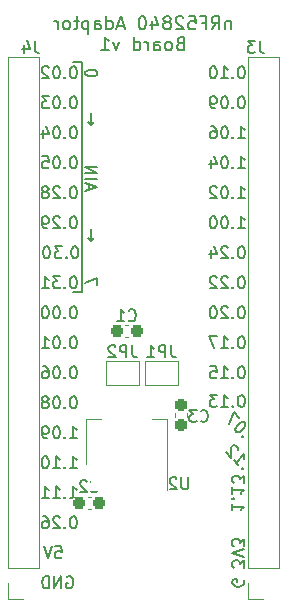
<source format=gbo>
G04 #@! TF.GenerationSoftware,KiCad,Pcbnew,(6.0.2)*
G04 #@! TF.CreationDate,2022-03-28T20:02:01+02:00*
G04 #@! TF.ProjectId,nRF52840,6e524635-3238-4343-902e-6b696361645f,rev?*
G04 #@! TF.SameCoordinates,Original*
G04 #@! TF.FileFunction,Legend,Bot*
G04 #@! TF.FilePolarity,Positive*
%FSLAX46Y46*%
G04 Gerber Fmt 4.6, Leading zero omitted, Abs format (unit mm)*
G04 Created by KiCad (PCBNEW (6.0.2)) date 2022-03-28 20:02:01*
%MOMM*%
%LPD*%
G01*
G04 APERTURE LIST*
G04 Aperture macros list*
%AMRoundRect*
0 Rectangle with rounded corners*
0 $1 Rounding radius*
0 $2 $3 $4 $5 $6 $7 $8 $9 X,Y pos of 4 corners*
0 Add a 4 corners polygon primitive as box body*
4,1,4,$2,$3,$4,$5,$6,$7,$8,$9,$2,$3,0*
0 Add four circle primitives for the rounded corners*
1,1,$1+$1,$2,$3*
1,1,$1+$1,$4,$5*
1,1,$1+$1,$6,$7*
1,1,$1+$1,$8,$9*
0 Add four rect primitives between the rounded corners*
20,1,$1+$1,$2,$3,$4,$5,0*
20,1,$1+$1,$4,$5,$6,$7,0*
20,1,$1+$1,$6,$7,$8,$9,0*
20,1,$1+$1,$8,$9,$2,$3,0*%
%AMFreePoly0*
4,1,6,1.000000,0.000000,0.500000,-0.750000,-0.500000,-0.750000,-0.500000,0.750000,0.500000,0.750000,1.000000,0.000000,1.000000,0.000000,$1*%
%AMFreePoly1*
4,1,6,0.500000,-0.750000,-0.650000,-0.750000,-0.150000,0.000000,-0.650000,0.750000,0.500000,0.750000,0.500000,-0.750000,0.500000,-0.750000,$1*%
G04 Aperture macros list end*
%ADD10C,0.150000*%
%ADD11C,0.200000*%
%ADD12C,0.120000*%
%ADD13C,1.000000*%
%ADD14R,1.700000X1.700000*%
%ADD15O,1.700000X1.700000*%
%ADD16FreePoly0,0.000000*%
%ADD17FreePoly1,0.000000*%
%ADD18RoundRect,0.237500X0.300000X0.237500X-0.300000X0.237500X-0.300000X-0.237500X0.300000X-0.237500X0*%
%ADD19RoundRect,0.237500X-0.237500X0.300000X-0.237500X-0.300000X0.237500X-0.300000X0.237500X0.300000X0*%
%ADD20R,1.500000X2.000000*%
%ADD21R,3.800000X2.000000*%
%ADD22RoundRect,0.237500X-0.300000X-0.237500X0.300000X-0.237500X0.300000X0.237500X-0.300000X0.237500X0*%
G04 APERTURE END LIST*
D10*
X140081000Y-70739000D02*
X140843000Y-70739000D01*
X141605000Y-84836000D02*
X141605000Y-85852000D01*
X141605000Y-85852000D02*
X141859000Y-85598000D01*
X141605000Y-85852000D02*
X141351000Y-85598000D01*
X140843000Y-70739000D02*
X140843000Y-90170000D01*
X140843000Y-90170000D02*
X140081000Y-90170000D01*
X141605000Y-75057000D02*
X141605000Y-76073000D01*
X141605000Y-76073000D02*
X141859000Y-75819000D01*
X141605000Y-76073000D02*
X141351000Y-75819000D01*
X139572904Y-114308000D02*
X139668142Y-114260380D01*
X139811000Y-114260380D01*
X139953857Y-114308000D01*
X140049095Y-114403238D01*
X140096714Y-114498476D01*
X140144333Y-114688952D01*
X140144333Y-114831809D01*
X140096714Y-115022285D01*
X140049095Y-115117523D01*
X139953857Y-115212761D01*
X139811000Y-115260380D01*
X139715761Y-115260380D01*
X139572904Y-115212761D01*
X139525285Y-115165142D01*
X139525285Y-114831809D01*
X139715761Y-114831809D01*
X139096714Y-115260380D02*
X139096714Y-114260380D01*
X138525285Y-115260380D01*
X138525285Y-114260380D01*
X138049095Y-115260380D02*
X138049095Y-114260380D01*
X137811000Y-114260380D01*
X137668142Y-114308000D01*
X137572904Y-114403238D01*
X137525285Y-114498476D01*
X137477666Y-114688952D01*
X137477666Y-114831809D01*
X137525285Y-115022285D01*
X137572904Y-115117523D01*
X137668142Y-115212761D01*
X137811000Y-115260380D01*
X138049095Y-115260380D01*
X140176095Y-109180380D02*
X140080857Y-109180380D01*
X139985619Y-109228000D01*
X139938000Y-109275619D01*
X139890380Y-109370857D01*
X139842761Y-109561333D01*
X139842761Y-109799428D01*
X139890380Y-109989904D01*
X139938000Y-110085142D01*
X139985619Y-110132761D01*
X140080857Y-110180380D01*
X140176095Y-110180380D01*
X140271333Y-110132761D01*
X140318952Y-110085142D01*
X140366571Y-109989904D01*
X140414190Y-109799428D01*
X140414190Y-109561333D01*
X140366571Y-109370857D01*
X140318952Y-109275619D01*
X140271333Y-109228000D01*
X140176095Y-109180380D01*
X139414190Y-110085142D02*
X139366571Y-110132761D01*
X139414190Y-110180380D01*
X139461809Y-110132761D01*
X139414190Y-110085142D01*
X139414190Y-110180380D01*
X138985619Y-109275619D02*
X138938000Y-109228000D01*
X138842761Y-109180380D01*
X138604666Y-109180380D01*
X138509428Y-109228000D01*
X138461809Y-109275619D01*
X138414190Y-109370857D01*
X138414190Y-109466095D01*
X138461809Y-109608952D01*
X139033238Y-110180380D01*
X138414190Y-110180380D01*
X137557047Y-109180380D02*
X137747523Y-109180380D01*
X137842761Y-109228000D01*
X137890380Y-109275619D01*
X137985619Y-109418476D01*
X138033238Y-109608952D01*
X138033238Y-109989904D01*
X137985619Y-110085142D01*
X137938000Y-110132761D01*
X137842761Y-110180380D01*
X137652285Y-110180380D01*
X137557047Y-110132761D01*
X137509428Y-110085142D01*
X137461809Y-109989904D01*
X137461809Y-109751809D01*
X137509428Y-109656571D01*
X137557047Y-109608952D01*
X137652285Y-109561333D01*
X137842761Y-109561333D01*
X137938000Y-109608952D01*
X137985619Y-109656571D01*
X138033238Y-109751809D01*
D11*
X153461904Y-67204785D02*
X153461904Y-67938119D01*
X153461904Y-67309547D02*
X153409523Y-67257166D01*
X153304761Y-67204785D01*
X153147619Y-67204785D01*
X153042857Y-67257166D01*
X152990476Y-67361928D01*
X152990476Y-67938119D01*
X151838095Y-67938119D02*
X152204761Y-67414309D01*
X152466666Y-67938119D02*
X152466666Y-66838119D01*
X152047619Y-66838119D01*
X151942857Y-66890500D01*
X151890476Y-66942880D01*
X151838095Y-67047642D01*
X151838095Y-67204785D01*
X151890476Y-67309547D01*
X151942857Y-67361928D01*
X152047619Y-67414309D01*
X152466666Y-67414309D01*
X151000000Y-67361928D02*
X151366666Y-67361928D01*
X151366666Y-67938119D02*
X151366666Y-66838119D01*
X150842857Y-66838119D01*
X149900000Y-66838119D02*
X150423809Y-66838119D01*
X150476190Y-67361928D01*
X150423809Y-67309547D01*
X150319047Y-67257166D01*
X150057142Y-67257166D01*
X149952380Y-67309547D01*
X149900000Y-67361928D01*
X149847619Y-67466690D01*
X149847619Y-67728595D01*
X149900000Y-67833357D01*
X149952380Y-67885738D01*
X150057142Y-67938119D01*
X150319047Y-67938119D01*
X150423809Y-67885738D01*
X150476190Y-67833357D01*
X149428571Y-66942880D02*
X149376190Y-66890500D01*
X149271428Y-66838119D01*
X149009523Y-66838119D01*
X148904761Y-66890500D01*
X148852380Y-66942880D01*
X148800000Y-67047642D01*
X148800000Y-67152404D01*
X148852380Y-67309547D01*
X149480952Y-67938119D01*
X148800000Y-67938119D01*
X148171428Y-67309547D02*
X148276190Y-67257166D01*
X148328571Y-67204785D01*
X148380952Y-67100023D01*
X148380952Y-67047642D01*
X148328571Y-66942880D01*
X148276190Y-66890500D01*
X148171428Y-66838119D01*
X147961904Y-66838119D01*
X147857142Y-66890500D01*
X147804761Y-66942880D01*
X147752380Y-67047642D01*
X147752380Y-67100023D01*
X147804761Y-67204785D01*
X147857142Y-67257166D01*
X147961904Y-67309547D01*
X148171428Y-67309547D01*
X148276190Y-67361928D01*
X148328571Y-67414309D01*
X148380952Y-67519071D01*
X148380952Y-67728595D01*
X148328571Y-67833357D01*
X148276190Y-67885738D01*
X148171428Y-67938119D01*
X147961904Y-67938119D01*
X147857142Y-67885738D01*
X147804761Y-67833357D01*
X147752380Y-67728595D01*
X147752380Y-67519071D01*
X147804761Y-67414309D01*
X147857142Y-67361928D01*
X147961904Y-67309547D01*
X146809523Y-67204785D02*
X146809523Y-67938119D01*
X147071428Y-66785738D02*
X147333333Y-67571452D01*
X146652380Y-67571452D01*
X146023809Y-66838119D02*
X145919047Y-66838119D01*
X145814285Y-66890500D01*
X145761904Y-66942880D01*
X145709523Y-67047642D01*
X145657142Y-67257166D01*
X145657142Y-67519071D01*
X145709523Y-67728595D01*
X145761904Y-67833357D01*
X145814285Y-67885738D01*
X145919047Y-67938119D01*
X146023809Y-67938119D01*
X146128571Y-67885738D01*
X146180952Y-67833357D01*
X146233333Y-67728595D01*
X146285714Y-67519071D01*
X146285714Y-67257166D01*
X146233333Y-67047642D01*
X146180952Y-66942880D01*
X146128571Y-66890500D01*
X146023809Y-66838119D01*
X144400000Y-67623833D02*
X143876190Y-67623833D01*
X144504761Y-67938119D02*
X144138095Y-66838119D01*
X143771428Y-67938119D01*
X142933333Y-67938119D02*
X142933333Y-66838119D01*
X142933333Y-67885738D02*
X143038095Y-67938119D01*
X143247619Y-67938119D01*
X143352380Y-67885738D01*
X143404761Y-67833357D01*
X143457142Y-67728595D01*
X143457142Y-67414309D01*
X143404761Y-67309547D01*
X143352380Y-67257166D01*
X143247619Y-67204785D01*
X143038095Y-67204785D01*
X142933333Y-67257166D01*
X141938095Y-67938119D02*
X141938095Y-67361928D01*
X141990476Y-67257166D01*
X142095238Y-67204785D01*
X142304761Y-67204785D01*
X142409523Y-67257166D01*
X141938095Y-67885738D02*
X142042857Y-67938119D01*
X142304761Y-67938119D01*
X142409523Y-67885738D01*
X142461904Y-67780976D01*
X142461904Y-67676214D01*
X142409523Y-67571452D01*
X142304761Y-67519071D01*
X142042857Y-67519071D01*
X141938095Y-67466690D01*
X141414285Y-67204785D02*
X141414285Y-68304785D01*
X141414285Y-67257166D02*
X141309523Y-67204785D01*
X141100000Y-67204785D01*
X140995238Y-67257166D01*
X140942857Y-67309547D01*
X140890476Y-67414309D01*
X140890476Y-67728595D01*
X140942857Y-67833357D01*
X140995238Y-67885738D01*
X141100000Y-67938119D01*
X141309523Y-67938119D01*
X141414285Y-67885738D01*
X140576190Y-67204785D02*
X140157142Y-67204785D01*
X140419047Y-66838119D02*
X140419047Y-67780976D01*
X140366666Y-67885738D01*
X140261904Y-67938119D01*
X140157142Y-67938119D01*
X139633333Y-67938119D02*
X139738095Y-67885738D01*
X139790476Y-67833357D01*
X139842857Y-67728595D01*
X139842857Y-67414309D01*
X139790476Y-67309547D01*
X139738095Y-67257166D01*
X139633333Y-67204785D01*
X139476190Y-67204785D01*
X139371428Y-67257166D01*
X139319047Y-67309547D01*
X139266666Y-67414309D01*
X139266666Y-67728595D01*
X139319047Y-67833357D01*
X139371428Y-67885738D01*
X139476190Y-67938119D01*
X139633333Y-67938119D01*
X138795238Y-67938119D02*
X138795238Y-67204785D01*
X138795238Y-67414309D02*
X138742857Y-67309547D01*
X138690476Y-67257166D01*
X138585714Y-67204785D01*
X138480952Y-67204785D01*
X149166666Y-69132928D02*
X149009523Y-69185309D01*
X148957142Y-69237690D01*
X148904761Y-69342452D01*
X148904761Y-69499595D01*
X148957142Y-69604357D01*
X149009523Y-69656738D01*
X149114285Y-69709119D01*
X149533333Y-69709119D01*
X149533333Y-68609119D01*
X149166666Y-68609119D01*
X149061904Y-68661500D01*
X149009523Y-68713880D01*
X148957142Y-68818642D01*
X148957142Y-68923404D01*
X149009523Y-69028166D01*
X149061904Y-69080547D01*
X149166666Y-69132928D01*
X149533333Y-69132928D01*
X148276190Y-69709119D02*
X148380952Y-69656738D01*
X148433333Y-69604357D01*
X148485714Y-69499595D01*
X148485714Y-69185309D01*
X148433333Y-69080547D01*
X148380952Y-69028166D01*
X148276190Y-68975785D01*
X148119047Y-68975785D01*
X148014285Y-69028166D01*
X147961904Y-69080547D01*
X147909523Y-69185309D01*
X147909523Y-69499595D01*
X147961904Y-69604357D01*
X148014285Y-69656738D01*
X148119047Y-69709119D01*
X148276190Y-69709119D01*
X146966666Y-69709119D02*
X146966666Y-69132928D01*
X147019047Y-69028166D01*
X147123809Y-68975785D01*
X147333333Y-68975785D01*
X147438095Y-69028166D01*
X146966666Y-69656738D02*
X147071428Y-69709119D01*
X147333333Y-69709119D01*
X147438095Y-69656738D01*
X147490476Y-69551976D01*
X147490476Y-69447214D01*
X147438095Y-69342452D01*
X147333333Y-69290071D01*
X147071428Y-69290071D01*
X146966666Y-69237690D01*
X146442857Y-69709119D02*
X146442857Y-68975785D01*
X146442857Y-69185309D02*
X146390476Y-69080547D01*
X146338095Y-69028166D01*
X146233333Y-68975785D01*
X146128571Y-68975785D01*
X145290476Y-69709119D02*
X145290476Y-68609119D01*
X145290476Y-69656738D02*
X145395238Y-69709119D01*
X145604761Y-69709119D01*
X145709523Y-69656738D01*
X145761904Y-69604357D01*
X145814285Y-69499595D01*
X145814285Y-69185309D01*
X145761904Y-69080547D01*
X145709523Y-69028166D01*
X145604761Y-68975785D01*
X145395238Y-68975785D01*
X145290476Y-69028166D01*
X144033333Y-68975785D02*
X143771428Y-69709119D01*
X143509523Y-68975785D01*
X142514285Y-69709119D02*
X143142857Y-69709119D01*
X142828571Y-69709119D02*
X142828571Y-68609119D01*
X142933333Y-68766261D01*
X143038095Y-68871023D01*
X143142857Y-68923404D01*
D10*
X139842761Y-107640380D02*
X140414190Y-107640380D01*
X140128476Y-107640380D02*
X140128476Y-106640380D01*
X140223714Y-106783238D01*
X140318952Y-106878476D01*
X140414190Y-106926095D01*
X139414190Y-107545142D02*
X139366571Y-107592761D01*
X139414190Y-107640380D01*
X139461809Y-107592761D01*
X139414190Y-107545142D01*
X139414190Y-107640380D01*
X138414190Y-107640380D02*
X138985619Y-107640380D01*
X138699904Y-107640380D02*
X138699904Y-106640380D01*
X138795142Y-106783238D01*
X138890380Y-106878476D01*
X138985619Y-106926095D01*
X137461809Y-107640380D02*
X138033238Y-107640380D01*
X137747523Y-107640380D02*
X137747523Y-106640380D01*
X137842761Y-106783238D01*
X137938000Y-106878476D01*
X138033238Y-106926095D01*
X154400095Y-86320380D02*
X154304857Y-86320380D01*
X154209619Y-86368000D01*
X154162000Y-86415619D01*
X154114380Y-86510857D01*
X154066761Y-86701333D01*
X154066761Y-86939428D01*
X154114380Y-87129904D01*
X154162000Y-87225142D01*
X154209619Y-87272761D01*
X154304857Y-87320380D01*
X154400095Y-87320380D01*
X154495333Y-87272761D01*
X154542952Y-87225142D01*
X154590571Y-87129904D01*
X154638190Y-86939428D01*
X154638190Y-86701333D01*
X154590571Y-86510857D01*
X154542952Y-86415619D01*
X154495333Y-86368000D01*
X154400095Y-86320380D01*
X153638190Y-87225142D02*
X153590571Y-87272761D01*
X153638190Y-87320380D01*
X153685809Y-87272761D01*
X153638190Y-87225142D01*
X153638190Y-87320380D01*
X153209619Y-86415619D02*
X153162000Y-86368000D01*
X153066761Y-86320380D01*
X152828666Y-86320380D01*
X152733428Y-86368000D01*
X152685809Y-86415619D01*
X152638190Y-86510857D01*
X152638190Y-86606095D01*
X152685809Y-86748952D01*
X153257238Y-87320380D01*
X152638190Y-87320380D01*
X151781047Y-86653714D02*
X151781047Y-87320380D01*
X152019142Y-86272761D02*
X152257238Y-86987047D01*
X151638190Y-86987047D01*
X154400095Y-71080380D02*
X154304857Y-71080380D01*
X154209619Y-71128000D01*
X154162000Y-71175619D01*
X154114380Y-71270857D01*
X154066761Y-71461333D01*
X154066761Y-71699428D01*
X154114380Y-71889904D01*
X154162000Y-71985142D01*
X154209619Y-72032761D01*
X154304857Y-72080380D01*
X154400095Y-72080380D01*
X154495333Y-72032761D01*
X154542952Y-71985142D01*
X154590571Y-71889904D01*
X154638190Y-71699428D01*
X154638190Y-71461333D01*
X154590571Y-71270857D01*
X154542952Y-71175619D01*
X154495333Y-71128000D01*
X154400095Y-71080380D01*
X153638190Y-71985142D02*
X153590571Y-72032761D01*
X153638190Y-72080380D01*
X153685809Y-72032761D01*
X153638190Y-71985142D01*
X153638190Y-72080380D01*
X152638190Y-72080380D02*
X153209619Y-72080380D01*
X152923904Y-72080380D02*
X152923904Y-71080380D01*
X153019142Y-71223238D01*
X153114380Y-71318476D01*
X153209619Y-71366095D01*
X152019142Y-71080380D02*
X151923904Y-71080380D01*
X151828666Y-71128000D01*
X151781047Y-71175619D01*
X151733428Y-71270857D01*
X151685809Y-71461333D01*
X151685809Y-71699428D01*
X151733428Y-71889904D01*
X151781047Y-71985142D01*
X151828666Y-72032761D01*
X151923904Y-72080380D01*
X152019142Y-72080380D01*
X152114380Y-72032761D01*
X152162000Y-71985142D01*
X152209619Y-71889904D01*
X152257238Y-71699428D01*
X152257238Y-71461333D01*
X152209619Y-71270857D01*
X152162000Y-71175619D01*
X152114380Y-71128000D01*
X152019142Y-71080380D01*
X140176095Y-76160380D02*
X140080857Y-76160380D01*
X139985619Y-76208000D01*
X139938000Y-76255619D01*
X139890380Y-76350857D01*
X139842761Y-76541333D01*
X139842761Y-76779428D01*
X139890380Y-76969904D01*
X139938000Y-77065142D01*
X139985619Y-77112761D01*
X140080857Y-77160380D01*
X140176095Y-77160380D01*
X140271333Y-77112761D01*
X140318952Y-77065142D01*
X140366571Y-76969904D01*
X140414190Y-76779428D01*
X140414190Y-76541333D01*
X140366571Y-76350857D01*
X140318952Y-76255619D01*
X140271333Y-76208000D01*
X140176095Y-76160380D01*
X139414190Y-77065142D02*
X139366571Y-77112761D01*
X139414190Y-77160380D01*
X139461809Y-77112761D01*
X139414190Y-77065142D01*
X139414190Y-77160380D01*
X138747523Y-76160380D02*
X138652285Y-76160380D01*
X138557047Y-76208000D01*
X138509428Y-76255619D01*
X138461809Y-76350857D01*
X138414190Y-76541333D01*
X138414190Y-76779428D01*
X138461809Y-76969904D01*
X138509428Y-77065142D01*
X138557047Y-77112761D01*
X138652285Y-77160380D01*
X138747523Y-77160380D01*
X138842761Y-77112761D01*
X138890380Y-77065142D01*
X138938000Y-76969904D01*
X138985619Y-76779428D01*
X138985619Y-76541333D01*
X138938000Y-76350857D01*
X138890380Y-76255619D01*
X138842761Y-76208000D01*
X138747523Y-76160380D01*
X137557047Y-76493714D02*
X137557047Y-77160380D01*
X137795142Y-76112761D02*
X138033238Y-76827047D01*
X137414190Y-76827047D01*
X154066761Y-77160380D02*
X154638190Y-77160380D01*
X154352476Y-77160380D02*
X154352476Y-76160380D01*
X154447714Y-76303238D01*
X154542952Y-76398476D01*
X154638190Y-76446095D01*
X153638190Y-77065142D02*
X153590571Y-77112761D01*
X153638190Y-77160380D01*
X153685809Y-77112761D01*
X153638190Y-77065142D01*
X153638190Y-77160380D01*
X152971523Y-76160380D02*
X152876285Y-76160380D01*
X152781047Y-76208000D01*
X152733428Y-76255619D01*
X152685809Y-76350857D01*
X152638190Y-76541333D01*
X152638190Y-76779428D01*
X152685809Y-76969904D01*
X152733428Y-77065142D01*
X152781047Y-77112761D01*
X152876285Y-77160380D01*
X152971523Y-77160380D01*
X153066761Y-77112761D01*
X153114380Y-77065142D01*
X153162000Y-76969904D01*
X153209619Y-76779428D01*
X153209619Y-76541333D01*
X153162000Y-76350857D01*
X153114380Y-76255619D01*
X153066761Y-76208000D01*
X152971523Y-76160380D01*
X151781047Y-76160380D02*
X151971523Y-76160380D01*
X152066761Y-76208000D01*
X152114380Y-76255619D01*
X152209619Y-76398476D01*
X152257238Y-76588952D01*
X152257238Y-76969904D01*
X152209619Y-77065142D01*
X152162000Y-77112761D01*
X152066761Y-77160380D01*
X151876285Y-77160380D01*
X151781047Y-77112761D01*
X151733428Y-77065142D01*
X151685809Y-76969904D01*
X151685809Y-76731809D01*
X151733428Y-76636571D01*
X151781047Y-76588952D01*
X151876285Y-76541333D01*
X152066761Y-76541333D01*
X152162000Y-76588952D01*
X152209619Y-76636571D01*
X152257238Y-76731809D01*
X139842761Y-105100380D02*
X140414190Y-105100380D01*
X140128476Y-105100380D02*
X140128476Y-104100380D01*
X140223714Y-104243238D01*
X140318952Y-104338476D01*
X140414190Y-104386095D01*
X139414190Y-105005142D02*
X139366571Y-105052761D01*
X139414190Y-105100380D01*
X139461809Y-105052761D01*
X139414190Y-105005142D01*
X139414190Y-105100380D01*
X138414190Y-105100380D02*
X138985619Y-105100380D01*
X138699904Y-105100380D02*
X138699904Y-104100380D01*
X138795142Y-104243238D01*
X138890380Y-104338476D01*
X138985619Y-104386095D01*
X137795142Y-104100380D02*
X137699904Y-104100380D01*
X137604666Y-104148000D01*
X137557047Y-104195619D01*
X137509428Y-104290857D01*
X137461809Y-104481333D01*
X137461809Y-104719428D01*
X137509428Y-104909904D01*
X137557047Y-105005142D01*
X137604666Y-105052761D01*
X137699904Y-105100380D01*
X137795142Y-105100380D01*
X137890380Y-105052761D01*
X137938000Y-105005142D01*
X137985619Y-104909904D01*
X138033238Y-104719428D01*
X138033238Y-104481333D01*
X137985619Y-104290857D01*
X137938000Y-104195619D01*
X137890380Y-104148000D01*
X137795142Y-104100380D01*
X140176095Y-91400380D02*
X140080857Y-91400380D01*
X139985619Y-91448000D01*
X139938000Y-91495619D01*
X139890380Y-91590857D01*
X139842761Y-91781333D01*
X139842761Y-92019428D01*
X139890380Y-92209904D01*
X139938000Y-92305142D01*
X139985619Y-92352761D01*
X140080857Y-92400380D01*
X140176095Y-92400380D01*
X140271333Y-92352761D01*
X140318952Y-92305142D01*
X140366571Y-92209904D01*
X140414190Y-92019428D01*
X140414190Y-91781333D01*
X140366571Y-91590857D01*
X140318952Y-91495619D01*
X140271333Y-91448000D01*
X140176095Y-91400380D01*
X139414190Y-92305142D02*
X139366571Y-92352761D01*
X139414190Y-92400380D01*
X139461809Y-92352761D01*
X139414190Y-92305142D01*
X139414190Y-92400380D01*
X138747523Y-91400380D02*
X138652285Y-91400380D01*
X138557047Y-91448000D01*
X138509428Y-91495619D01*
X138461809Y-91590857D01*
X138414190Y-91781333D01*
X138414190Y-92019428D01*
X138461809Y-92209904D01*
X138509428Y-92305142D01*
X138557047Y-92352761D01*
X138652285Y-92400380D01*
X138747523Y-92400380D01*
X138842761Y-92352761D01*
X138890380Y-92305142D01*
X138938000Y-92209904D01*
X138985619Y-92019428D01*
X138985619Y-91781333D01*
X138938000Y-91590857D01*
X138890380Y-91495619D01*
X138842761Y-91448000D01*
X138747523Y-91400380D01*
X137795142Y-91400380D02*
X137699904Y-91400380D01*
X137604666Y-91448000D01*
X137557047Y-91495619D01*
X137509428Y-91590857D01*
X137461809Y-91781333D01*
X137461809Y-92019428D01*
X137509428Y-92209904D01*
X137557047Y-92305142D01*
X137604666Y-92352761D01*
X137699904Y-92400380D01*
X137795142Y-92400380D01*
X137890380Y-92352761D01*
X137938000Y-92305142D01*
X137985619Y-92209904D01*
X138033238Y-92019428D01*
X138033238Y-91781333D01*
X137985619Y-91590857D01*
X137938000Y-91495619D01*
X137890380Y-91448000D01*
X137795142Y-91400380D01*
X140176095Y-99020380D02*
X140080857Y-99020380D01*
X139985619Y-99068000D01*
X139938000Y-99115619D01*
X139890380Y-99210857D01*
X139842761Y-99401333D01*
X139842761Y-99639428D01*
X139890380Y-99829904D01*
X139938000Y-99925142D01*
X139985619Y-99972761D01*
X140080857Y-100020380D01*
X140176095Y-100020380D01*
X140271333Y-99972761D01*
X140318952Y-99925142D01*
X140366571Y-99829904D01*
X140414190Y-99639428D01*
X140414190Y-99401333D01*
X140366571Y-99210857D01*
X140318952Y-99115619D01*
X140271333Y-99068000D01*
X140176095Y-99020380D01*
X139414190Y-99925142D02*
X139366571Y-99972761D01*
X139414190Y-100020380D01*
X139461809Y-99972761D01*
X139414190Y-99925142D01*
X139414190Y-100020380D01*
X138747523Y-99020380D02*
X138652285Y-99020380D01*
X138557047Y-99068000D01*
X138509428Y-99115619D01*
X138461809Y-99210857D01*
X138414190Y-99401333D01*
X138414190Y-99639428D01*
X138461809Y-99829904D01*
X138509428Y-99925142D01*
X138557047Y-99972761D01*
X138652285Y-100020380D01*
X138747523Y-100020380D01*
X138842761Y-99972761D01*
X138890380Y-99925142D01*
X138938000Y-99829904D01*
X138985619Y-99639428D01*
X138985619Y-99401333D01*
X138938000Y-99210857D01*
X138890380Y-99115619D01*
X138842761Y-99068000D01*
X138747523Y-99020380D01*
X137842761Y-99448952D02*
X137938000Y-99401333D01*
X137985619Y-99353714D01*
X138033238Y-99258476D01*
X138033238Y-99210857D01*
X137985619Y-99115619D01*
X137938000Y-99068000D01*
X137842761Y-99020380D01*
X137652285Y-99020380D01*
X137557047Y-99068000D01*
X137509428Y-99115619D01*
X137461809Y-99210857D01*
X137461809Y-99258476D01*
X137509428Y-99353714D01*
X137557047Y-99401333D01*
X137652285Y-99448952D01*
X137842761Y-99448952D01*
X137938000Y-99496571D01*
X137985619Y-99544190D01*
X138033238Y-99639428D01*
X138033238Y-99829904D01*
X137985619Y-99925142D01*
X137938000Y-99972761D01*
X137842761Y-100020380D01*
X137652285Y-100020380D01*
X137557047Y-99972761D01*
X137509428Y-99925142D01*
X137461809Y-99829904D01*
X137461809Y-99639428D01*
X137509428Y-99544190D01*
X137557047Y-99496571D01*
X137652285Y-99448952D01*
X154066761Y-82240380D02*
X154638190Y-82240380D01*
X154352476Y-82240380D02*
X154352476Y-81240380D01*
X154447714Y-81383238D01*
X154542952Y-81478476D01*
X154638190Y-81526095D01*
X153638190Y-82145142D02*
X153590571Y-82192761D01*
X153638190Y-82240380D01*
X153685809Y-82192761D01*
X153638190Y-82145142D01*
X153638190Y-82240380D01*
X152971523Y-81240380D02*
X152876285Y-81240380D01*
X152781047Y-81288000D01*
X152733428Y-81335619D01*
X152685809Y-81430857D01*
X152638190Y-81621333D01*
X152638190Y-81859428D01*
X152685809Y-82049904D01*
X152733428Y-82145142D01*
X152781047Y-82192761D01*
X152876285Y-82240380D01*
X152971523Y-82240380D01*
X153066761Y-82192761D01*
X153114380Y-82145142D01*
X153162000Y-82049904D01*
X153209619Y-81859428D01*
X153209619Y-81621333D01*
X153162000Y-81430857D01*
X153114380Y-81335619D01*
X153066761Y-81288000D01*
X152971523Y-81240380D01*
X152257238Y-81335619D02*
X152209619Y-81288000D01*
X152114380Y-81240380D01*
X151876285Y-81240380D01*
X151781047Y-81288000D01*
X151733428Y-81335619D01*
X151685809Y-81430857D01*
X151685809Y-81526095D01*
X151733428Y-81668952D01*
X152304857Y-82240380D01*
X151685809Y-82240380D01*
X154400095Y-91400380D02*
X154304857Y-91400380D01*
X154209619Y-91448000D01*
X154162000Y-91495619D01*
X154114380Y-91590857D01*
X154066761Y-91781333D01*
X154066761Y-92019428D01*
X154114380Y-92209904D01*
X154162000Y-92305142D01*
X154209619Y-92352761D01*
X154304857Y-92400380D01*
X154400095Y-92400380D01*
X154495333Y-92352761D01*
X154542952Y-92305142D01*
X154590571Y-92209904D01*
X154638190Y-92019428D01*
X154638190Y-91781333D01*
X154590571Y-91590857D01*
X154542952Y-91495619D01*
X154495333Y-91448000D01*
X154400095Y-91400380D01*
X153638190Y-92305142D02*
X153590571Y-92352761D01*
X153638190Y-92400380D01*
X153685809Y-92352761D01*
X153638190Y-92305142D01*
X153638190Y-92400380D01*
X153209619Y-91495619D02*
X153162000Y-91448000D01*
X153066761Y-91400380D01*
X152828666Y-91400380D01*
X152733428Y-91448000D01*
X152685809Y-91495619D01*
X152638190Y-91590857D01*
X152638190Y-91686095D01*
X152685809Y-91828952D01*
X153257238Y-92400380D01*
X152638190Y-92400380D01*
X152019142Y-91400380D02*
X151923904Y-91400380D01*
X151828666Y-91448000D01*
X151781047Y-91495619D01*
X151733428Y-91590857D01*
X151685809Y-91781333D01*
X151685809Y-92019428D01*
X151733428Y-92209904D01*
X151781047Y-92305142D01*
X151828666Y-92352761D01*
X151923904Y-92400380D01*
X152019142Y-92400380D01*
X152114380Y-92352761D01*
X152162000Y-92305142D01*
X152209619Y-92209904D01*
X152257238Y-92019428D01*
X152257238Y-91781333D01*
X152209619Y-91590857D01*
X152162000Y-91495619D01*
X152114380Y-91448000D01*
X152019142Y-91400380D01*
X140176095Y-83780380D02*
X140080857Y-83780380D01*
X139985619Y-83828000D01*
X139938000Y-83875619D01*
X139890380Y-83970857D01*
X139842761Y-84161333D01*
X139842761Y-84399428D01*
X139890380Y-84589904D01*
X139938000Y-84685142D01*
X139985619Y-84732761D01*
X140080857Y-84780380D01*
X140176095Y-84780380D01*
X140271333Y-84732761D01*
X140318952Y-84685142D01*
X140366571Y-84589904D01*
X140414190Y-84399428D01*
X140414190Y-84161333D01*
X140366571Y-83970857D01*
X140318952Y-83875619D01*
X140271333Y-83828000D01*
X140176095Y-83780380D01*
X139414190Y-84685142D02*
X139366571Y-84732761D01*
X139414190Y-84780380D01*
X139461809Y-84732761D01*
X139414190Y-84685142D01*
X139414190Y-84780380D01*
X138985619Y-83875619D02*
X138938000Y-83828000D01*
X138842761Y-83780380D01*
X138604666Y-83780380D01*
X138509428Y-83828000D01*
X138461809Y-83875619D01*
X138414190Y-83970857D01*
X138414190Y-84066095D01*
X138461809Y-84208952D01*
X139033238Y-84780380D01*
X138414190Y-84780380D01*
X137938000Y-84780380D02*
X137747523Y-84780380D01*
X137652285Y-84732761D01*
X137604666Y-84685142D01*
X137509428Y-84542285D01*
X137461809Y-84351809D01*
X137461809Y-83970857D01*
X137509428Y-83875619D01*
X137557047Y-83828000D01*
X137652285Y-83780380D01*
X137842761Y-83780380D01*
X137938000Y-83828000D01*
X137985619Y-83875619D01*
X138033238Y-83970857D01*
X138033238Y-84208952D01*
X137985619Y-84304190D01*
X137938000Y-84351809D01*
X137842761Y-84399428D01*
X137652285Y-84399428D01*
X137557047Y-84351809D01*
X137509428Y-84304190D01*
X137461809Y-84208952D01*
X140176095Y-88860380D02*
X140080857Y-88860380D01*
X139985619Y-88908000D01*
X139938000Y-88955619D01*
X139890380Y-89050857D01*
X139842761Y-89241333D01*
X139842761Y-89479428D01*
X139890380Y-89669904D01*
X139938000Y-89765142D01*
X139985619Y-89812761D01*
X140080857Y-89860380D01*
X140176095Y-89860380D01*
X140271333Y-89812761D01*
X140318952Y-89765142D01*
X140366571Y-89669904D01*
X140414190Y-89479428D01*
X140414190Y-89241333D01*
X140366571Y-89050857D01*
X140318952Y-88955619D01*
X140271333Y-88908000D01*
X140176095Y-88860380D01*
X139414190Y-89765142D02*
X139366571Y-89812761D01*
X139414190Y-89860380D01*
X139461809Y-89812761D01*
X139414190Y-89765142D01*
X139414190Y-89860380D01*
X139033238Y-88860380D02*
X138414190Y-88860380D01*
X138747523Y-89241333D01*
X138604666Y-89241333D01*
X138509428Y-89288952D01*
X138461809Y-89336571D01*
X138414190Y-89431809D01*
X138414190Y-89669904D01*
X138461809Y-89765142D01*
X138509428Y-89812761D01*
X138604666Y-89860380D01*
X138890380Y-89860380D01*
X138985619Y-89812761D01*
X139033238Y-89765142D01*
X137461809Y-89860380D02*
X138033238Y-89860380D01*
X137747523Y-89860380D02*
X137747523Y-88860380D01*
X137842761Y-89003238D01*
X137938000Y-89098476D01*
X138033238Y-89146095D01*
X140176095Y-96480380D02*
X140080857Y-96480380D01*
X139985619Y-96528000D01*
X139938000Y-96575619D01*
X139890380Y-96670857D01*
X139842761Y-96861333D01*
X139842761Y-97099428D01*
X139890380Y-97289904D01*
X139938000Y-97385142D01*
X139985619Y-97432761D01*
X140080857Y-97480380D01*
X140176095Y-97480380D01*
X140271333Y-97432761D01*
X140318952Y-97385142D01*
X140366571Y-97289904D01*
X140414190Y-97099428D01*
X140414190Y-96861333D01*
X140366571Y-96670857D01*
X140318952Y-96575619D01*
X140271333Y-96528000D01*
X140176095Y-96480380D01*
X139414190Y-97385142D02*
X139366571Y-97432761D01*
X139414190Y-97480380D01*
X139461809Y-97432761D01*
X139414190Y-97385142D01*
X139414190Y-97480380D01*
X138747523Y-96480380D02*
X138652285Y-96480380D01*
X138557047Y-96528000D01*
X138509428Y-96575619D01*
X138461809Y-96670857D01*
X138414190Y-96861333D01*
X138414190Y-97099428D01*
X138461809Y-97289904D01*
X138509428Y-97385142D01*
X138557047Y-97432761D01*
X138652285Y-97480380D01*
X138747523Y-97480380D01*
X138842761Y-97432761D01*
X138890380Y-97385142D01*
X138938000Y-97289904D01*
X138985619Y-97099428D01*
X138985619Y-96861333D01*
X138938000Y-96670857D01*
X138890380Y-96575619D01*
X138842761Y-96528000D01*
X138747523Y-96480380D01*
X137557047Y-96480380D02*
X137747523Y-96480380D01*
X137842761Y-96528000D01*
X137890380Y-96575619D01*
X137985619Y-96718476D01*
X138033238Y-96908952D01*
X138033238Y-97289904D01*
X137985619Y-97385142D01*
X137938000Y-97432761D01*
X137842761Y-97480380D01*
X137652285Y-97480380D01*
X137557047Y-97432761D01*
X137509428Y-97385142D01*
X137461809Y-97289904D01*
X137461809Y-97051809D01*
X137509428Y-96956571D01*
X137557047Y-96908952D01*
X137652285Y-96861333D01*
X137842761Y-96861333D01*
X137938000Y-96908952D01*
X137985619Y-96956571D01*
X138033238Y-97051809D01*
X142152619Y-89614333D02*
X142152619Y-88947666D01*
X141152619Y-89376238D01*
X140176095Y-71080380D02*
X140080857Y-71080380D01*
X139985619Y-71128000D01*
X139938000Y-71175619D01*
X139890380Y-71270857D01*
X139842761Y-71461333D01*
X139842761Y-71699428D01*
X139890380Y-71889904D01*
X139938000Y-71985142D01*
X139985619Y-72032761D01*
X140080857Y-72080380D01*
X140176095Y-72080380D01*
X140271333Y-72032761D01*
X140318952Y-71985142D01*
X140366571Y-71889904D01*
X140414190Y-71699428D01*
X140414190Y-71461333D01*
X140366571Y-71270857D01*
X140318952Y-71175619D01*
X140271333Y-71128000D01*
X140176095Y-71080380D01*
X139414190Y-71985142D02*
X139366571Y-72032761D01*
X139414190Y-72080380D01*
X139461809Y-72032761D01*
X139414190Y-71985142D01*
X139414190Y-72080380D01*
X138747523Y-71080380D02*
X138652285Y-71080380D01*
X138557047Y-71128000D01*
X138509428Y-71175619D01*
X138461809Y-71270857D01*
X138414190Y-71461333D01*
X138414190Y-71699428D01*
X138461809Y-71889904D01*
X138509428Y-71985142D01*
X138557047Y-72032761D01*
X138652285Y-72080380D01*
X138747523Y-72080380D01*
X138842761Y-72032761D01*
X138890380Y-71985142D01*
X138938000Y-71889904D01*
X138985619Y-71699428D01*
X138985619Y-71461333D01*
X138938000Y-71270857D01*
X138890380Y-71175619D01*
X138842761Y-71128000D01*
X138747523Y-71080380D01*
X138033238Y-71175619D02*
X137985619Y-71128000D01*
X137890380Y-71080380D01*
X137652285Y-71080380D01*
X137557047Y-71128000D01*
X137509428Y-71175619D01*
X137461809Y-71270857D01*
X137461809Y-71366095D01*
X137509428Y-71508952D01*
X138080857Y-72080380D01*
X137461809Y-72080380D01*
X154066761Y-79700380D02*
X154638190Y-79700380D01*
X154352476Y-79700380D02*
X154352476Y-78700380D01*
X154447714Y-78843238D01*
X154542952Y-78938476D01*
X154638190Y-78986095D01*
X153638190Y-79605142D02*
X153590571Y-79652761D01*
X153638190Y-79700380D01*
X153685809Y-79652761D01*
X153638190Y-79605142D01*
X153638190Y-79700380D01*
X152971523Y-78700380D02*
X152876285Y-78700380D01*
X152781047Y-78748000D01*
X152733428Y-78795619D01*
X152685809Y-78890857D01*
X152638190Y-79081333D01*
X152638190Y-79319428D01*
X152685809Y-79509904D01*
X152733428Y-79605142D01*
X152781047Y-79652761D01*
X152876285Y-79700380D01*
X152971523Y-79700380D01*
X153066761Y-79652761D01*
X153114380Y-79605142D01*
X153162000Y-79509904D01*
X153209619Y-79319428D01*
X153209619Y-79081333D01*
X153162000Y-78890857D01*
X153114380Y-78795619D01*
X153066761Y-78748000D01*
X152971523Y-78700380D01*
X151781047Y-79033714D02*
X151781047Y-79700380D01*
X152019142Y-78652761D02*
X152257238Y-79367047D01*
X151638190Y-79367047D01*
X140303095Y-86320380D02*
X140207857Y-86320380D01*
X140112619Y-86368000D01*
X140065000Y-86415619D01*
X140017380Y-86510857D01*
X139969761Y-86701333D01*
X139969761Y-86939428D01*
X140017380Y-87129904D01*
X140065000Y-87225142D01*
X140112619Y-87272761D01*
X140207857Y-87320380D01*
X140303095Y-87320380D01*
X140398333Y-87272761D01*
X140445952Y-87225142D01*
X140493571Y-87129904D01*
X140541190Y-86939428D01*
X140541190Y-86701333D01*
X140493571Y-86510857D01*
X140445952Y-86415619D01*
X140398333Y-86368000D01*
X140303095Y-86320380D01*
X139541190Y-87225142D02*
X139493571Y-87272761D01*
X139541190Y-87320380D01*
X139588809Y-87272761D01*
X139541190Y-87225142D01*
X139541190Y-87320380D01*
X139160238Y-86320380D02*
X138541190Y-86320380D01*
X138874523Y-86701333D01*
X138731666Y-86701333D01*
X138636428Y-86748952D01*
X138588809Y-86796571D01*
X138541190Y-86891809D01*
X138541190Y-87129904D01*
X138588809Y-87225142D01*
X138636428Y-87272761D01*
X138731666Y-87320380D01*
X139017380Y-87320380D01*
X139112619Y-87272761D01*
X139160238Y-87225142D01*
X137922142Y-86320380D02*
X137826904Y-86320380D01*
X137731666Y-86368000D01*
X137684047Y-86415619D01*
X137636428Y-86510857D01*
X137588809Y-86701333D01*
X137588809Y-86939428D01*
X137636428Y-87129904D01*
X137684047Y-87225142D01*
X137731666Y-87272761D01*
X137826904Y-87320380D01*
X137922142Y-87320380D01*
X138017380Y-87272761D01*
X138065000Y-87225142D01*
X138112619Y-87129904D01*
X138160238Y-86939428D01*
X138160238Y-86701333D01*
X138112619Y-86510857D01*
X138065000Y-86415619D01*
X138017380Y-86368000D01*
X137922142Y-86320380D01*
X138620476Y-111720380D02*
X139096666Y-111720380D01*
X139144285Y-112196571D01*
X139096666Y-112148952D01*
X139001428Y-112101333D01*
X138763333Y-112101333D01*
X138668095Y-112148952D01*
X138620476Y-112196571D01*
X138572857Y-112291809D01*
X138572857Y-112529904D01*
X138620476Y-112625142D01*
X138668095Y-112672761D01*
X138763333Y-112720380D01*
X139001428Y-112720380D01*
X139096666Y-112672761D01*
X139144285Y-112625142D01*
X138287142Y-111720380D02*
X137953809Y-112720380D01*
X137620476Y-111720380D01*
X154400095Y-98893380D02*
X154304857Y-98893380D01*
X154209619Y-98941000D01*
X154162000Y-98988619D01*
X154114380Y-99083857D01*
X154066761Y-99274333D01*
X154066761Y-99512428D01*
X154114380Y-99702904D01*
X154162000Y-99798142D01*
X154209619Y-99845761D01*
X154304857Y-99893380D01*
X154400095Y-99893380D01*
X154495333Y-99845761D01*
X154542952Y-99798142D01*
X154590571Y-99702904D01*
X154638190Y-99512428D01*
X154638190Y-99274333D01*
X154590571Y-99083857D01*
X154542952Y-98988619D01*
X154495333Y-98941000D01*
X154400095Y-98893380D01*
X153638190Y-99798142D02*
X153590571Y-99845761D01*
X153638190Y-99893380D01*
X153685809Y-99845761D01*
X153638190Y-99798142D01*
X153638190Y-99893380D01*
X152638190Y-99893380D02*
X153209619Y-99893380D01*
X152923904Y-99893380D02*
X152923904Y-98893380D01*
X153019142Y-99036238D01*
X153114380Y-99131476D01*
X153209619Y-99179095D01*
X152304857Y-98893380D02*
X151685809Y-98893380D01*
X152019142Y-99274333D01*
X151876285Y-99274333D01*
X151781047Y-99321952D01*
X151733428Y-99369571D01*
X151685809Y-99464809D01*
X151685809Y-99702904D01*
X151733428Y-99798142D01*
X151781047Y-99845761D01*
X151876285Y-99893380D01*
X152162000Y-99893380D01*
X152257238Y-99845761D01*
X152304857Y-99798142D01*
X154066761Y-84780380D02*
X154638190Y-84780380D01*
X154352476Y-84780380D02*
X154352476Y-83780380D01*
X154447714Y-83923238D01*
X154542952Y-84018476D01*
X154638190Y-84066095D01*
X153638190Y-84685142D02*
X153590571Y-84732761D01*
X153638190Y-84780380D01*
X153685809Y-84732761D01*
X153638190Y-84685142D01*
X153638190Y-84780380D01*
X152971523Y-83780380D02*
X152876285Y-83780380D01*
X152781047Y-83828000D01*
X152733428Y-83875619D01*
X152685809Y-83970857D01*
X152638190Y-84161333D01*
X152638190Y-84399428D01*
X152685809Y-84589904D01*
X152733428Y-84685142D01*
X152781047Y-84732761D01*
X152876285Y-84780380D01*
X152971523Y-84780380D01*
X153066761Y-84732761D01*
X153114380Y-84685142D01*
X153162000Y-84589904D01*
X153209619Y-84399428D01*
X153209619Y-84161333D01*
X153162000Y-83970857D01*
X153114380Y-83875619D01*
X153066761Y-83828000D01*
X152971523Y-83780380D01*
X152019142Y-83780380D02*
X151923904Y-83780380D01*
X151828666Y-83828000D01*
X151781047Y-83875619D01*
X151733428Y-83970857D01*
X151685809Y-84161333D01*
X151685809Y-84399428D01*
X151733428Y-84589904D01*
X151781047Y-84685142D01*
X151828666Y-84732761D01*
X151923904Y-84780380D01*
X152019142Y-84780380D01*
X152114380Y-84732761D01*
X152162000Y-84685142D01*
X152209619Y-84589904D01*
X152257238Y-84399428D01*
X152257238Y-84161333D01*
X152209619Y-83970857D01*
X152162000Y-83875619D01*
X152114380Y-83828000D01*
X152019142Y-83780380D01*
X142152619Y-71675619D02*
X142152619Y-71580380D01*
X142105000Y-71485142D01*
X142057380Y-71437523D01*
X141962142Y-71389904D01*
X141771666Y-71342285D01*
X141533571Y-71342285D01*
X141343095Y-71389904D01*
X141247857Y-71437523D01*
X141200238Y-71485142D01*
X141152619Y-71580380D01*
X141152619Y-71675619D01*
X141200238Y-71770857D01*
X141247857Y-71818476D01*
X141343095Y-71866095D01*
X141533571Y-71913714D01*
X141771666Y-71913714D01*
X141962142Y-71866095D01*
X142057380Y-71818476D01*
X142105000Y-71770857D01*
X142152619Y-71675619D01*
X140176095Y-93940380D02*
X140080857Y-93940380D01*
X139985619Y-93988000D01*
X139938000Y-94035619D01*
X139890380Y-94130857D01*
X139842761Y-94321333D01*
X139842761Y-94559428D01*
X139890380Y-94749904D01*
X139938000Y-94845142D01*
X139985619Y-94892761D01*
X140080857Y-94940380D01*
X140176095Y-94940380D01*
X140271333Y-94892761D01*
X140318952Y-94845142D01*
X140366571Y-94749904D01*
X140414190Y-94559428D01*
X140414190Y-94321333D01*
X140366571Y-94130857D01*
X140318952Y-94035619D01*
X140271333Y-93988000D01*
X140176095Y-93940380D01*
X139414190Y-94845142D02*
X139366571Y-94892761D01*
X139414190Y-94940380D01*
X139461809Y-94892761D01*
X139414190Y-94845142D01*
X139414190Y-94940380D01*
X138747523Y-93940380D02*
X138652285Y-93940380D01*
X138557047Y-93988000D01*
X138509428Y-94035619D01*
X138461809Y-94130857D01*
X138414190Y-94321333D01*
X138414190Y-94559428D01*
X138461809Y-94749904D01*
X138509428Y-94845142D01*
X138557047Y-94892761D01*
X138652285Y-94940380D01*
X138747523Y-94940380D01*
X138842761Y-94892761D01*
X138890380Y-94845142D01*
X138938000Y-94749904D01*
X138985619Y-94559428D01*
X138985619Y-94321333D01*
X138938000Y-94130857D01*
X138890380Y-94035619D01*
X138842761Y-93988000D01*
X138747523Y-93940380D01*
X137461809Y-94940380D02*
X138033238Y-94940380D01*
X137747523Y-94940380D02*
X137747523Y-93940380D01*
X137842761Y-94083238D01*
X137938000Y-94178476D01*
X138033238Y-94226095D01*
X154551000Y-114546095D02*
X154598619Y-114641333D01*
X154598619Y-114784190D01*
X154551000Y-114927047D01*
X154455761Y-115022285D01*
X154360523Y-115069904D01*
X154170047Y-115117523D01*
X154027190Y-115117523D01*
X153836714Y-115069904D01*
X153741476Y-115022285D01*
X153646238Y-114927047D01*
X153598619Y-114784190D01*
X153598619Y-114688952D01*
X153646238Y-114546095D01*
X153693857Y-114498476D01*
X154027190Y-114498476D01*
X154027190Y-114688952D01*
X140176095Y-73620380D02*
X140080857Y-73620380D01*
X139985619Y-73668000D01*
X139938000Y-73715619D01*
X139890380Y-73810857D01*
X139842761Y-74001333D01*
X139842761Y-74239428D01*
X139890380Y-74429904D01*
X139938000Y-74525142D01*
X139985619Y-74572761D01*
X140080857Y-74620380D01*
X140176095Y-74620380D01*
X140271333Y-74572761D01*
X140318952Y-74525142D01*
X140366571Y-74429904D01*
X140414190Y-74239428D01*
X140414190Y-74001333D01*
X140366571Y-73810857D01*
X140318952Y-73715619D01*
X140271333Y-73668000D01*
X140176095Y-73620380D01*
X139414190Y-74525142D02*
X139366571Y-74572761D01*
X139414190Y-74620380D01*
X139461809Y-74572761D01*
X139414190Y-74525142D01*
X139414190Y-74620380D01*
X138747523Y-73620380D02*
X138652285Y-73620380D01*
X138557047Y-73668000D01*
X138509428Y-73715619D01*
X138461809Y-73810857D01*
X138414190Y-74001333D01*
X138414190Y-74239428D01*
X138461809Y-74429904D01*
X138509428Y-74525142D01*
X138557047Y-74572761D01*
X138652285Y-74620380D01*
X138747523Y-74620380D01*
X138842761Y-74572761D01*
X138890380Y-74525142D01*
X138938000Y-74429904D01*
X138985619Y-74239428D01*
X138985619Y-74001333D01*
X138938000Y-73810857D01*
X138890380Y-73715619D01*
X138842761Y-73668000D01*
X138747523Y-73620380D01*
X138080857Y-73620380D02*
X137461809Y-73620380D01*
X137795142Y-74001333D01*
X137652285Y-74001333D01*
X137557047Y-74048952D01*
X137509428Y-74096571D01*
X137461809Y-74191809D01*
X137461809Y-74429904D01*
X137509428Y-74525142D01*
X137557047Y-74572761D01*
X137652285Y-74620380D01*
X137938000Y-74620380D01*
X138033238Y-74572761D01*
X138080857Y-74525142D01*
X154400095Y-96480380D02*
X154304857Y-96480380D01*
X154209619Y-96528000D01*
X154162000Y-96575619D01*
X154114380Y-96670857D01*
X154066761Y-96861333D01*
X154066761Y-97099428D01*
X154114380Y-97289904D01*
X154162000Y-97385142D01*
X154209619Y-97432761D01*
X154304857Y-97480380D01*
X154400095Y-97480380D01*
X154495333Y-97432761D01*
X154542952Y-97385142D01*
X154590571Y-97289904D01*
X154638190Y-97099428D01*
X154638190Y-96861333D01*
X154590571Y-96670857D01*
X154542952Y-96575619D01*
X154495333Y-96528000D01*
X154400095Y-96480380D01*
X153638190Y-97385142D02*
X153590571Y-97432761D01*
X153638190Y-97480380D01*
X153685809Y-97432761D01*
X153638190Y-97385142D01*
X153638190Y-97480380D01*
X152638190Y-97480380D02*
X153209619Y-97480380D01*
X152923904Y-97480380D02*
X152923904Y-96480380D01*
X153019142Y-96623238D01*
X153114380Y-96718476D01*
X153209619Y-96766095D01*
X151733428Y-96480380D02*
X152209619Y-96480380D01*
X152257238Y-96956571D01*
X152209619Y-96908952D01*
X152114380Y-96861333D01*
X151876285Y-96861333D01*
X151781047Y-96908952D01*
X151733428Y-96956571D01*
X151685809Y-97051809D01*
X151685809Y-97289904D01*
X151733428Y-97385142D01*
X151781047Y-97432761D01*
X151876285Y-97480380D01*
X152114380Y-97480380D01*
X152209619Y-97432761D01*
X152257238Y-97385142D01*
X153598619Y-108092761D02*
X153598619Y-108664190D01*
X153598619Y-108378476D02*
X154598619Y-108378476D01*
X154455761Y-108473714D01*
X154360523Y-108568952D01*
X154312904Y-108664190D01*
X153693857Y-107664190D02*
X153646238Y-107616571D01*
X153598619Y-107664190D01*
X153646238Y-107711809D01*
X153693857Y-107664190D01*
X153598619Y-107664190D01*
X153598619Y-106664190D02*
X153598619Y-107235619D01*
X153598619Y-106949904D02*
X154598619Y-106949904D01*
X154455761Y-107045142D01*
X154360523Y-107140380D01*
X154312904Y-107235619D01*
X154598619Y-106330857D02*
X154598619Y-105711809D01*
X154217666Y-106045142D01*
X154217666Y-105902285D01*
X154170047Y-105807047D01*
X154122428Y-105759428D01*
X154027190Y-105711809D01*
X153789095Y-105711809D01*
X153693857Y-105759428D01*
X153646238Y-105807047D01*
X153598619Y-105902285D01*
X153598619Y-106188000D01*
X153646238Y-106283238D01*
X153693857Y-106330857D01*
X140176095Y-78700380D02*
X140080857Y-78700380D01*
X139985619Y-78748000D01*
X139938000Y-78795619D01*
X139890380Y-78890857D01*
X139842761Y-79081333D01*
X139842761Y-79319428D01*
X139890380Y-79509904D01*
X139938000Y-79605142D01*
X139985619Y-79652761D01*
X140080857Y-79700380D01*
X140176095Y-79700380D01*
X140271333Y-79652761D01*
X140318952Y-79605142D01*
X140366571Y-79509904D01*
X140414190Y-79319428D01*
X140414190Y-79081333D01*
X140366571Y-78890857D01*
X140318952Y-78795619D01*
X140271333Y-78748000D01*
X140176095Y-78700380D01*
X139414190Y-79605142D02*
X139366571Y-79652761D01*
X139414190Y-79700380D01*
X139461809Y-79652761D01*
X139414190Y-79605142D01*
X139414190Y-79700380D01*
X138747523Y-78700380D02*
X138652285Y-78700380D01*
X138557047Y-78748000D01*
X138509428Y-78795619D01*
X138461809Y-78890857D01*
X138414190Y-79081333D01*
X138414190Y-79319428D01*
X138461809Y-79509904D01*
X138509428Y-79605142D01*
X138557047Y-79652761D01*
X138652285Y-79700380D01*
X138747523Y-79700380D01*
X138842761Y-79652761D01*
X138890380Y-79605142D01*
X138938000Y-79509904D01*
X138985619Y-79319428D01*
X138985619Y-79081333D01*
X138938000Y-78890857D01*
X138890380Y-78795619D01*
X138842761Y-78748000D01*
X138747523Y-78700380D01*
X137509428Y-78700380D02*
X137985619Y-78700380D01*
X138033238Y-79176571D01*
X137985619Y-79128952D01*
X137890380Y-79081333D01*
X137652285Y-79081333D01*
X137557047Y-79128952D01*
X137509428Y-79176571D01*
X137461809Y-79271809D01*
X137461809Y-79509904D01*
X137509428Y-79605142D01*
X137557047Y-79652761D01*
X137652285Y-79700380D01*
X137890380Y-79700380D01*
X137985619Y-79652761D01*
X138033238Y-79605142D01*
X154400095Y-88860380D02*
X154304857Y-88860380D01*
X154209619Y-88908000D01*
X154162000Y-88955619D01*
X154114380Y-89050857D01*
X154066761Y-89241333D01*
X154066761Y-89479428D01*
X154114380Y-89669904D01*
X154162000Y-89765142D01*
X154209619Y-89812761D01*
X154304857Y-89860380D01*
X154400095Y-89860380D01*
X154495333Y-89812761D01*
X154542952Y-89765142D01*
X154590571Y-89669904D01*
X154638190Y-89479428D01*
X154638190Y-89241333D01*
X154590571Y-89050857D01*
X154542952Y-88955619D01*
X154495333Y-88908000D01*
X154400095Y-88860380D01*
X153638190Y-89765142D02*
X153590571Y-89812761D01*
X153638190Y-89860380D01*
X153685809Y-89812761D01*
X153638190Y-89765142D01*
X153638190Y-89860380D01*
X153209619Y-88955619D02*
X153162000Y-88908000D01*
X153066761Y-88860380D01*
X152828666Y-88860380D01*
X152733428Y-88908000D01*
X152685809Y-88955619D01*
X152638190Y-89050857D01*
X152638190Y-89146095D01*
X152685809Y-89288952D01*
X153257238Y-89860380D01*
X152638190Y-89860380D01*
X152257238Y-88955619D02*
X152209619Y-88908000D01*
X152114380Y-88860380D01*
X151876285Y-88860380D01*
X151781047Y-88908000D01*
X151733428Y-88955619D01*
X151685809Y-89050857D01*
X151685809Y-89146095D01*
X151733428Y-89288952D01*
X152304857Y-89860380D01*
X151685809Y-89860380D01*
X140176095Y-81240380D02*
X140080857Y-81240380D01*
X139985619Y-81288000D01*
X139938000Y-81335619D01*
X139890380Y-81430857D01*
X139842761Y-81621333D01*
X139842761Y-81859428D01*
X139890380Y-82049904D01*
X139938000Y-82145142D01*
X139985619Y-82192761D01*
X140080857Y-82240380D01*
X140176095Y-82240380D01*
X140271333Y-82192761D01*
X140318952Y-82145142D01*
X140366571Y-82049904D01*
X140414190Y-81859428D01*
X140414190Y-81621333D01*
X140366571Y-81430857D01*
X140318952Y-81335619D01*
X140271333Y-81288000D01*
X140176095Y-81240380D01*
X139414190Y-82145142D02*
X139366571Y-82192761D01*
X139414190Y-82240380D01*
X139461809Y-82192761D01*
X139414190Y-82145142D01*
X139414190Y-82240380D01*
X138985619Y-81335619D02*
X138938000Y-81288000D01*
X138842761Y-81240380D01*
X138604666Y-81240380D01*
X138509428Y-81288000D01*
X138461809Y-81335619D01*
X138414190Y-81430857D01*
X138414190Y-81526095D01*
X138461809Y-81668952D01*
X139033238Y-82240380D01*
X138414190Y-82240380D01*
X137842761Y-81668952D02*
X137938000Y-81621333D01*
X137985619Y-81573714D01*
X138033238Y-81478476D01*
X138033238Y-81430857D01*
X137985619Y-81335619D01*
X137938000Y-81288000D01*
X137842761Y-81240380D01*
X137652285Y-81240380D01*
X137557047Y-81288000D01*
X137509428Y-81335619D01*
X137461809Y-81430857D01*
X137461809Y-81478476D01*
X137509428Y-81573714D01*
X137557047Y-81621333D01*
X137652285Y-81668952D01*
X137842761Y-81668952D01*
X137938000Y-81716571D01*
X137985619Y-81764190D01*
X138033238Y-81859428D01*
X138033238Y-82049904D01*
X137985619Y-82145142D01*
X137938000Y-82192761D01*
X137842761Y-82240380D01*
X137652285Y-82240380D01*
X137557047Y-82192761D01*
X137509428Y-82145142D01*
X137461809Y-82049904D01*
X137461809Y-81859428D01*
X137509428Y-81764190D01*
X137557047Y-81716571D01*
X137652285Y-81668952D01*
X154598619Y-113506095D02*
X154598619Y-112887047D01*
X154217666Y-113220380D01*
X154217666Y-113077523D01*
X154170047Y-112982285D01*
X154122428Y-112934666D01*
X154027190Y-112887047D01*
X153789095Y-112887047D01*
X153693857Y-112934666D01*
X153646238Y-112982285D01*
X153598619Y-113077523D01*
X153598619Y-113363238D01*
X153646238Y-113458476D01*
X153693857Y-113506095D01*
X154598619Y-112601333D02*
X153598619Y-112268000D01*
X154598619Y-111934666D01*
X154598619Y-111696571D02*
X154598619Y-111077523D01*
X154217666Y-111410857D01*
X154217666Y-111268000D01*
X154170047Y-111172761D01*
X154122428Y-111125142D01*
X154027190Y-111077523D01*
X153789095Y-111077523D01*
X153693857Y-111125142D01*
X153646238Y-111172761D01*
X153598619Y-111268000D01*
X153598619Y-111553714D01*
X153646238Y-111648952D01*
X153693857Y-111696571D01*
X154400095Y-93940380D02*
X154304857Y-93940380D01*
X154209619Y-93988000D01*
X154162000Y-94035619D01*
X154114380Y-94130857D01*
X154066761Y-94321333D01*
X154066761Y-94559428D01*
X154114380Y-94749904D01*
X154162000Y-94845142D01*
X154209619Y-94892761D01*
X154304857Y-94940380D01*
X154400095Y-94940380D01*
X154495333Y-94892761D01*
X154542952Y-94845142D01*
X154590571Y-94749904D01*
X154638190Y-94559428D01*
X154638190Y-94321333D01*
X154590571Y-94130857D01*
X154542952Y-94035619D01*
X154495333Y-93988000D01*
X154400095Y-93940380D01*
X153638190Y-94845142D02*
X153590571Y-94892761D01*
X153638190Y-94940380D01*
X153685809Y-94892761D01*
X153638190Y-94845142D01*
X153638190Y-94940380D01*
X152638190Y-94940380D02*
X153209619Y-94940380D01*
X152923904Y-94940380D02*
X152923904Y-93940380D01*
X153019142Y-94083238D01*
X153114380Y-94178476D01*
X153209619Y-94226095D01*
X152304857Y-93940380D02*
X151638190Y-93940380D01*
X152066761Y-94940380D01*
X154471896Y-105065973D02*
X154404553Y-105065973D01*
X154404553Y-105133316D01*
X154471896Y-105133316D01*
X154471896Y-105065973D01*
X154404553Y-105133316D01*
X153697446Y-104426209D02*
X154101507Y-104830270D01*
X153899477Y-104628240D02*
X154606583Y-103921133D01*
X154572912Y-104089492D01*
X154572912Y-104224179D01*
X154606583Y-104325194D01*
X154067835Y-103517072D02*
X154067835Y-103449729D01*
X154034164Y-103348713D01*
X153865805Y-103180355D01*
X153764790Y-103146683D01*
X153697446Y-103146683D01*
X153596431Y-103180355D01*
X153529087Y-103247698D01*
X153461744Y-103382385D01*
X153461744Y-104190507D01*
X153024011Y-103752774D01*
X141438333Y-81518000D02*
X141438333Y-81041809D01*
X141152619Y-81613238D02*
X142152619Y-81279904D01*
X141152619Y-80946571D01*
X141152619Y-80613238D02*
X142152619Y-80613238D01*
X141152619Y-80137047D02*
X142152619Y-80137047D01*
X141152619Y-79565619D01*
X142152619Y-79565619D01*
X154400095Y-73620380D02*
X154304857Y-73620380D01*
X154209619Y-73668000D01*
X154162000Y-73715619D01*
X154114380Y-73810857D01*
X154066761Y-74001333D01*
X154066761Y-74239428D01*
X154114380Y-74429904D01*
X154162000Y-74525142D01*
X154209619Y-74572761D01*
X154304857Y-74620380D01*
X154400095Y-74620380D01*
X154495333Y-74572761D01*
X154542952Y-74525142D01*
X154590571Y-74429904D01*
X154638190Y-74239428D01*
X154638190Y-74001333D01*
X154590571Y-73810857D01*
X154542952Y-73715619D01*
X154495333Y-73668000D01*
X154400095Y-73620380D01*
X153638190Y-74525142D02*
X153590571Y-74572761D01*
X153638190Y-74620380D01*
X153685809Y-74572761D01*
X153638190Y-74525142D01*
X153638190Y-74620380D01*
X152971523Y-73620380D02*
X152876285Y-73620380D01*
X152781047Y-73668000D01*
X152733428Y-73715619D01*
X152685809Y-73810857D01*
X152638190Y-74001333D01*
X152638190Y-74239428D01*
X152685809Y-74429904D01*
X152733428Y-74525142D01*
X152781047Y-74572761D01*
X152876285Y-74620380D01*
X152971523Y-74620380D01*
X153066761Y-74572761D01*
X153114380Y-74525142D01*
X153162000Y-74429904D01*
X153209619Y-74239428D01*
X153209619Y-74001333D01*
X153162000Y-73810857D01*
X153114380Y-73715619D01*
X153066761Y-73668000D01*
X152971523Y-73620380D01*
X152162000Y-74620380D02*
X151971523Y-74620380D01*
X151876285Y-74572761D01*
X151828666Y-74525142D01*
X151733428Y-74382285D01*
X151685809Y-74191809D01*
X151685809Y-73810857D01*
X151733428Y-73715619D01*
X151781047Y-73668000D01*
X151876285Y-73620380D01*
X152066761Y-73620380D01*
X152162000Y-73668000D01*
X152209619Y-73715619D01*
X152257238Y-73810857D01*
X152257238Y-74048952D01*
X152209619Y-74144190D01*
X152162000Y-74191809D01*
X152066761Y-74239428D01*
X151876285Y-74239428D01*
X151781047Y-74191809D01*
X151733428Y-74144190D01*
X151685809Y-74048952D01*
X154471896Y-102398973D02*
X154404553Y-102398973D01*
X154404553Y-102466316D01*
X154471896Y-102466316D01*
X154471896Y-102398973D01*
X154404553Y-102466316D01*
X154640255Y-101287805D02*
X154572912Y-101220461D01*
X154471896Y-101186790D01*
X154404553Y-101186790D01*
X154303538Y-101220461D01*
X154135179Y-101321477D01*
X153966820Y-101489835D01*
X153865805Y-101658194D01*
X153832133Y-101759209D01*
X153832133Y-101826553D01*
X153865805Y-101927568D01*
X153933148Y-101994912D01*
X154034164Y-102028583D01*
X154101507Y-102028583D01*
X154202522Y-101994912D01*
X154370881Y-101893896D01*
X154539240Y-101725538D01*
X154640255Y-101557179D01*
X154673927Y-101456164D01*
X154673927Y-101388820D01*
X154640255Y-101287805D01*
X154168851Y-100816400D02*
X153697446Y-100344996D01*
X153293385Y-101355148D01*
X139842761Y-102560380D02*
X140414190Y-102560380D01*
X140128476Y-102560380D02*
X140128476Y-101560380D01*
X140223714Y-101703238D01*
X140318952Y-101798476D01*
X140414190Y-101846095D01*
X139414190Y-102465142D02*
X139366571Y-102512761D01*
X139414190Y-102560380D01*
X139461809Y-102512761D01*
X139414190Y-102465142D01*
X139414190Y-102560380D01*
X138747523Y-101560380D02*
X138652285Y-101560380D01*
X138557047Y-101608000D01*
X138509428Y-101655619D01*
X138461809Y-101750857D01*
X138414190Y-101941333D01*
X138414190Y-102179428D01*
X138461809Y-102369904D01*
X138509428Y-102465142D01*
X138557047Y-102512761D01*
X138652285Y-102560380D01*
X138747523Y-102560380D01*
X138842761Y-102512761D01*
X138890380Y-102465142D01*
X138938000Y-102369904D01*
X138985619Y-102179428D01*
X138985619Y-101941333D01*
X138938000Y-101750857D01*
X138890380Y-101655619D01*
X138842761Y-101608000D01*
X138747523Y-101560380D01*
X137938000Y-102560380D02*
X137747523Y-102560380D01*
X137652285Y-102512761D01*
X137604666Y-102465142D01*
X137509428Y-102322285D01*
X137461809Y-102131809D01*
X137461809Y-101750857D01*
X137509428Y-101655619D01*
X137557047Y-101608000D01*
X137652285Y-101560380D01*
X137842761Y-101560380D01*
X137938000Y-101608000D01*
X137985619Y-101655619D01*
X138033238Y-101750857D01*
X138033238Y-101988952D01*
X137985619Y-102084190D01*
X137938000Y-102131809D01*
X137842761Y-102179428D01*
X137652285Y-102179428D01*
X137557047Y-102131809D01*
X137509428Y-102084190D01*
X137461809Y-101988952D01*
X155908333Y-68921380D02*
X155908333Y-69635666D01*
X155955952Y-69778523D01*
X156051190Y-69873761D01*
X156194047Y-69921380D01*
X156289285Y-69921380D01*
X155527380Y-68921380D02*
X154908333Y-68921380D01*
X155241666Y-69302333D01*
X155098809Y-69302333D01*
X155003571Y-69349952D01*
X154955952Y-69397571D01*
X154908333Y-69492809D01*
X154908333Y-69730904D01*
X154955952Y-69826142D01*
X155003571Y-69873761D01*
X155098809Y-69921380D01*
X155384523Y-69921380D01*
X155479761Y-69873761D01*
X155527380Y-69826142D01*
X148407333Y-94702380D02*
X148407333Y-95416666D01*
X148454952Y-95559523D01*
X148550190Y-95654761D01*
X148693047Y-95702380D01*
X148788285Y-95702380D01*
X147931142Y-95702380D02*
X147931142Y-94702380D01*
X147550190Y-94702380D01*
X147454952Y-94750000D01*
X147407333Y-94797619D01*
X147359714Y-94892857D01*
X147359714Y-95035714D01*
X147407333Y-95130952D01*
X147454952Y-95178571D01*
X147550190Y-95226190D01*
X147931142Y-95226190D01*
X146407333Y-95702380D02*
X146978761Y-95702380D01*
X146693047Y-95702380D02*
X146693047Y-94702380D01*
X146788285Y-94845238D01*
X146883523Y-94940476D01*
X146978761Y-94988095D01*
X141644666Y-107037142D02*
X141692285Y-107084761D01*
X141835142Y-107132380D01*
X141930380Y-107132380D01*
X142073238Y-107084761D01*
X142168476Y-106989523D01*
X142216095Y-106894285D01*
X142263714Y-106703809D01*
X142263714Y-106560952D01*
X142216095Y-106370476D01*
X142168476Y-106275238D01*
X142073238Y-106180000D01*
X141930380Y-106132380D01*
X141835142Y-106132380D01*
X141692285Y-106180000D01*
X141644666Y-106227619D01*
X141263714Y-106227619D02*
X141216095Y-106180000D01*
X141120857Y-106132380D01*
X140882761Y-106132380D01*
X140787523Y-106180000D01*
X140739904Y-106227619D01*
X140692285Y-106322857D01*
X140692285Y-106418095D01*
X140739904Y-106560952D01*
X141311333Y-107132380D01*
X140692285Y-107132380D01*
X145105333Y-94702380D02*
X145105333Y-95416666D01*
X145152952Y-95559523D01*
X145248190Y-95654761D01*
X145391047Y-95702380D01*
X145486285Y-95702380D01*
X144629142Y-95702380D02*
X144629142Y-94702380D01*
X144248190Y-94702380D01*
X144152952Y-94750000D01*
X144105333Y-94797619D01*
X144057714Y-94892857D01*
X144057714Y-95035714D01*
X144105333Y-95130952D01*
X144152952Y-95178571D01*
X144248190Y-95226190D01*
X144629142Y-95226190D01*
X143676761Y-94797619D02*
X143629142Y-94750000D01*
X143533904Y-94702380D01*
X143295809Y-94702380D01*
X143200571Y-94750000D01*
X143152952Y-94797619D01*
X143105333Y-94892857D01*
X143105333Y-94988095D01*
X143152952Y-95130952D01*
X143724380Y-95702380D01*
X143105333Y-95702380D01*
X150915666Y-101068142D02*
X150963285Y-101115761D01*
X151106142Y-101163380D01*
X151201380Y-101163380D01*
X151344238Y-101115761D01*
X151439476Y-101020523D01*
X151487095Y-100925285D01*
X151534714Y-100734809D01*
X151534714Y-100591952D01*
X151487095Y-100401476D01*
X151439476Y-100306238D01*
X151344238Y-100211000D01*
X151201380Y-100163380D01*
X151106142Y-100163380D01*
X150963285Y-100211000D01*
X150915666Y-100258619D01*
X150582333Y-100163380D02*
X149963285Y-100163380D01*
X150296619Y-100544333D01*
X150153761Y-100544333D01*
X150058523Y-100591952D01*
X150010904Y-100639571D01*
X149963285Y-100734809D01*
X149963285Y-100972904D01*
X150010904Y-101068142D01*
X150058523Y-101115761D01*
X150153761Y-101163380D01*
X150439476Y-101163380D01*
X150534714Y-101115761D01*
X150582333Y-101068142D01*
X136858333Y-68921380D02*
X136858333Y-69635666D01*
X136905952Y-69778523D01*
X137001190Y-69873761D01*
X137144047Y-69921380D01*
X137239285Y-69921380D01*
X135953571Y-69254714D02*
X135953571Y-69921380D01*
X136191666Y-68873761D02*
X136429761Y-69588047D01*
X135810714Y-69588047D01*
X149859904Y-105878380D02*
X149859904Y-106687904D01*
X149812285Y-106783142D01*
X149764666Y-106830761D01*
X149669428Y-106878380D01*
X149478952Y-106878380D01*
X149383714Y-106830761D01*
X149336095Y-106783142D01*
X149288476Y-106687904D01*
X149288476Y-105878380D01*
X148859904Y-105973619D02*
X148812285Y-105926000D01*
X148717047Y-105878380D01*
X148478952Y-105878380D01*
X148383714Y-105926000D01*
X148336095Y-105973619D01*
X148288476Y-106068857D01*
X148288476Y-106164095D01*
X148336095Y-106306952D01*
X148907523Y-106878380D01*
X148288476Y-106878380D01*
X144819666Y-92559142D02*
X144867285Y-92606761D01*
X145010142Y-92654380D01*
X145105380Y-92654380D01*
X145248238Y-92606761D01*
X145343476Y-92511523D01*
X145391095Y-92416285D01*
X145438714Y-92225809D01*
X145438714Y-92082952D01*
X145391095Y-91892476D01*
X145343476Y-91797238D01*
X145248238Y-91702000D01*
X145105380Y-91654380D01*
X145010142Y-91654380D01*
X144867285Y-91702000D01*
X144819666Y-91749619D01*
X143867285Y-92654380D02*
X144438714Y-92654380D01*
X144153000Y-92654380D02*
X144153000Y-91654380D01*
X144248238Y-91797238D01*
X144343476Y-91892476D01*
X144438714Y-91940095D01*
D12*
X154880000Y-114808000D02*
X154880000Y-116138000D01*
X154880000Y-113538000D02*
X154880000Y-70298000D01*
X154880000Y-70298000D02*
X157540000Y-70298000D01*
X154880000Y-116138000D02*
X156210000Y-116138000D01*
X154880000Y-113538000D02*
X157540000Y-113538000D01*
X157540000Y-113538000D02*
X157540000Y-70298000D01*
X146174000Y-96028000D02*
X146174000Y-98028000D01*
X148974000Y-96028000D02*
X146174000Y-96028000D01*
X148974000Y-98028000D02*
X148974000Y-96028000D01*
X146174000Y-98028000D02*
X148974000Y-98028000D01*
X141624267Y-108587000D02*
X141331733Y-108587000D01*
X141624267Y-107567000D02*
X141331733Y-107567000D01*
X145672000Y-98028000D02*
X145672000Y-96028000D01*
X142872000Y-98028000D02*
X145672000Y-98028000D01*
X145672000Y-96028000D02*
X142872000Y-96028000D01*
X142872000Y-96028000D02*
X142872000Y-98028000D01*
X148715000Y-100437733D02*
X148715000Y-100730267D01*
X149735000Y-100437733D02*
X149735000Y-100730267D01*
X134560000Y-70298000D02*
X137220000Y-70298000D01*
X134560000Y-116138000D02*
X135890000Y-116138000D01*
X134560000Y-114808000D02*
X134560000Y-116138000D01*
X137220000Y-113538000D02*
X137220000Y-70298000D01*
X134560000Y-113538000D02*
X137220000Y-113538000D01*
X134560000Y-113538000D02*
X134560000Y-70298000D01*
X148063000Y-100960000D02*
X146803000Y-100960000D01*
X141243000Y-100960000D02*
X142503000Y-100960000D01*
X141243000Y-104720000D02*
X141243000Y-100960000D01*
X148063000Y-106970000D02*
X148063000Y-100960000D01*
X144506733Y-92962000D02*
X144799267Y-92962000D01*
X144506733Y-93982000D02*
X144799267Y-93982000D01*
%LPC*%
D13*
X142072000Y-112395000D03*
X146472000Y-112395000D03*
D14*
X152400000Y-114808000D03*
D15*
X152400000Y-112268000D03*
X152400000Y-109728000D03*
X152400000Y-107188000D03*
X152400000Y-104648000D03*
X152400000Y-102108000D03*
D14*
X156210000Y-114808000D03*
D15*
X156210000Y-112268000D03*
X156210000Y-109728000D03*
X156210000Y-107188000D03*
X156210000Y-104648000D03*
X156210000Y-102108000D03*
X156210000Y-99568000D03*
X156210000Y-97028000D03*
X156210000Y-94488000D03*
X156210000Y-91948000D03*
X156210000Y-89408000D03*
X156210000Y-86868000D03*
X156210000Y-84328000D03*
X156210000Y-81788000D03*
X156210000Y-79248000D03*
X156210000Y-76708000D03*
X156210000Y-74168000D03*
X156210000Y-71628000D03*
D16*
X146849000Y-97028000D03*
D17*
X148299000Y-97028000D03*
D18*
X142340500Y-108077000D03*
X140615500Y-108077000D03*
D16*
X143547000Y-97028000D03*
D17*
X144997000Y-97028000D03*
D19*
X149225000Y-99721500D03*
X149225000Y-101446500D03*
D14*
X135890000Y-114808000D03*
D15*
X135890000Y-112268000D03*
X135890000Y-109728000D03*
X135890000Y-107188000D03*
X135890000Y-104648000D03*
X135890000Y-102108000D03*
X135890000Y-99568000D03*
X135890000Y-97028000D03*
X135890000Y-94488000D03*
X135890000Y-91948000D03*
X135890000Y-89408000D03*
X135890000Y-86868000D03*
X135890000Y-84328000D03*
X135890000Y-81788000D03*
X135890000Y-79248000D03*
X135890000Y-76708000D03*
X135890000Y-74168000D03*
X135890000Y-71628000D03*
D20*
X146953000Y-106020000D03*
X144653000Y-106020000D03*
D21*
X144653000Y-99720000D03*
D20*
X142353000Y-106020000D03*
D22*
X143790500Y-93472000D03*
X145515500Y-93472000D03*
M02*

</source>
